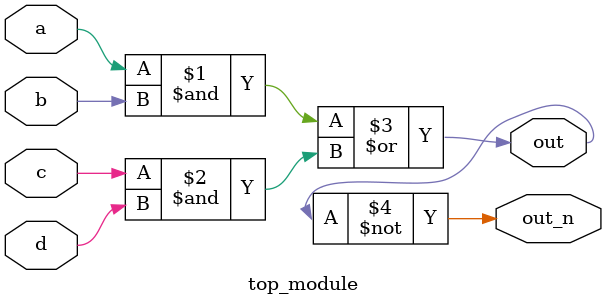
<source format=v>
`default_nettype none
module top_module(
    input a,
    input b,
    input c,
    input d,
    output out,
    output out_n   );

    assign out = (a&b) | (c&d);
    assign out_n = ~out;

endmodule

</source>
